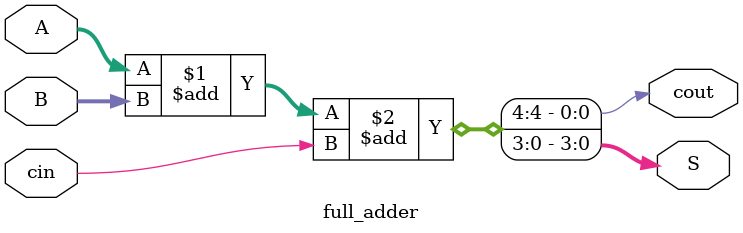
<source format=v>
module full_adder(
    input  [3:0] A,
    input  [3:0] B,
    input  cin,
    output [3:0] S,
    output cout
);

    assign {cout, S} = A + B + cin;

endmodule
</source>
